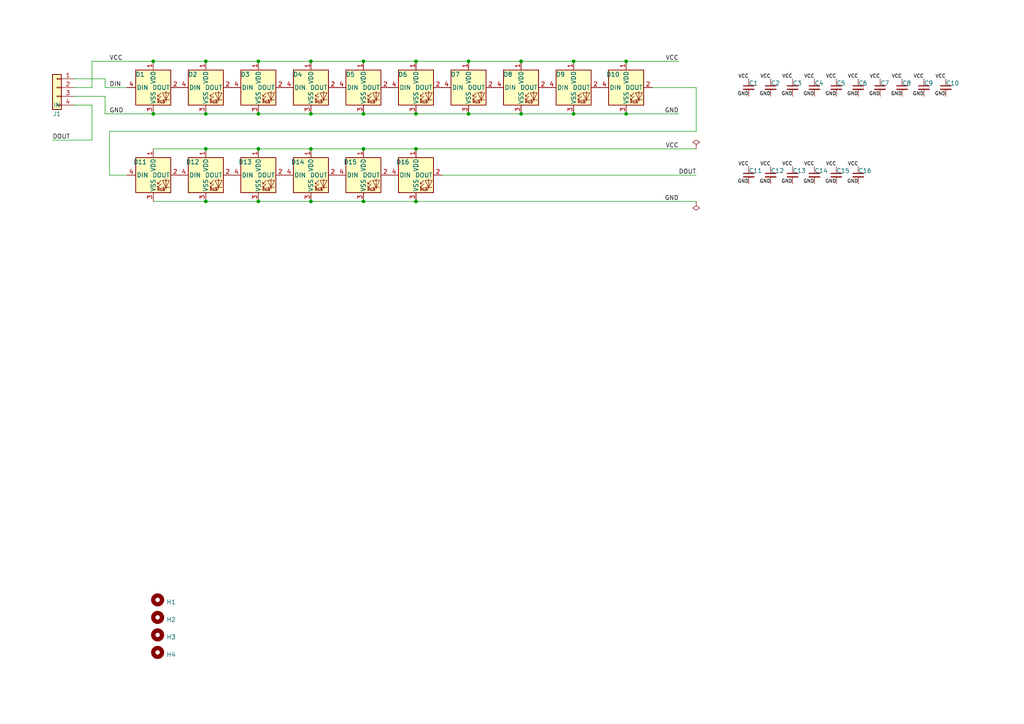
<source format=kicad_sch>
(kicad_sch (version 20230121) (generator eeschema)
  (paper "A4")
  (lib_symbols
    (symbol "LED_ring_16:C_Small" (pin_numbers hide) (pin_names (offset 0.254) hide)
      (property "Reference" "C" (at 0.254 1.778 0))
      (property "Value" "C_Small" (at 0.254 -2.032 0))
      (symbol "C_Small_0_1"
        (polyline (pts (xy -1.524 -0.508) (xy 1.524 -0.508)) (stroke (width 0.3302)))
        (polyline (pts (xy -1.524 0.508) (xy 1.524 0.508)) (stroke (width 0.3048)))
      )
      (symbol "C_Small_1_1"
        (pin passive line (at 0 2.54 270) (length 2.032) (name "~") (number "1"))
        (pin passive line (at 0 -2.54 90) (length 2.032) (name "~") (number "2"))
      )
    )
    (symbol "LED_ring_16:Conn_01x04" (pin_names (offset 1.016) hide)
      (property "Reference" "J" (at 0 5.08 0))
      (property "Value" "Conn_01x04" (at 0 -7.62 0))
      (symbol "Conn_01x04_1_1"
        (rectangle (start -1.27 -4.953) (end 0 -5.207) (stroke (width 0.1524)))
        (rectangle (start -1.27 -2.413) (end 0 -2.667) (stroke (width 0.1524)))
        (rectangle (start -1.27 0.127) (end 0 -0.127) (stroke (width 0.1524)))
        (rectangle (start -1.27 2.667) (end 0 2.413) (stroke (width 0.1524)))
        (rectangle (start -1.27 3.81) (end 1.27 -6.35) (stroke (width 0.254)) (fill (type background)))
        (pin passive line (at -5.08 2.54 0) (length 3.81) (name "Pin_1") (number "1"))
        (pin passive line (at -5.08 0 0) (length 3.81) (name "Pin_2") (number "2"))
        (pin passive line (at -5.08 -2.54 0) (length 3.81) (name "Pin_3") (number "3"))
        (pin passive line (at -5.08 -5.08 0) (length 3.81) (name "Pin_4") (number "4"))
      )
    )
    (symbol "LED_ring_16:MountingHole" (pin_names (offset 1.016))
      (property "Reference" "H" (at 0 5.08 0))
      (property "Value" "MountingHole" (at 0 3.175 0))
      (symbol "MountingHole_0_1"
        (circle (center 0 0) (radius 1.27) (stroke (width 1.27)))
      )
    )
    (symbol "LED_ring_16:WS2812B" (pin_names (offset 0.254))
      (property "Reference" "D" (at 5.08 5.715 0))
      (property "Value" "WS2812B" (at 1.27 -5.715 0))
      (symbol "WS2812B_0_0"
        (text "RGB" (at 2.286 -4.191 0) (effects (font (size 0.762 0.762))))
      )
      (symbol "WS2812B_0_1"
        (polyline (pts (xy 1.27 -3.556) (xy 1.778 -3.556)))
        (polyline (pts (xy 1.27 -2.54) (xy 1.778 -2.54)))
        (polyline (pts (xy 4.699 -3.556) (xy 2.667 -3.556)))
        (polyline (pts (xy 2.286 -2.54) (xy 1.27 -3.556) (xy 1.27 -3.048)))
        (polyline (pts (xy 2.286 -1.524) (xy 1.27 -2.54) (xy 1.27 -2.032)))
        (polyline (pts (xy 3.683 -1.016) (xy 3.683 -3.556) (xy 3.683 -4.064)))
        (polyline (pts (xy 4.699 -1.524) (xy 2.667 -1.524) (xy 3.683 -3.556) (xy 4.699 -1.524)))
        (rectangle (start 5.08 5.08) (end -5.08 -5.08) (stroke (width 0.254)) (fill (type background)))
      )
      (symbol "WS2812B_1_1"
        (pin power_in line (at 0 7.62 270) (length 2.54) (name "VDD") (number "1"))
        (pin output line (at 7.62 0 180) (length 2.54) (name "DOUT") (number "2"))
        (pin power_in line (at 0 -7.62 90) (length 2.54) (name "VSS") (number "3"))
        (pin input line (at -7.62 0 0) (length 2.54) (name "DIN") (number "4"))
      )
    )
    (symbol "power:PWR_FLAG" (power) (pin_numbers hide) (pin_names (offset 0) hide)
      (property "Value" "PWR_FLAG" (at 0 3.81 0))
      (symbol "PWR_FLAG_0_0"
        (pin power_out line (at 0 0 90) (length 0) (name "pwr") (number "1"))
      )
      (symbol "PWR_FLAG_0_1"
        (polyline (pts (xy 0 0) (xy 0 1.27) (xy -1.016 1.905) (xy 0 2.54) (xy 1.016 1.905) (xy 0 1.27)))
      )
    )
  )
  (junction (at 105.41 33.02))
  (junction (at 166.37 33.02))
  (junction (at 44.45 33.02))
  (junction (at 105.41 58.42))
  (junction (at 120.65 33.02))
  (junction (at 44.45 17.78))
  (junction (at 181.61 33.02))
  (junction (at 59.69 17.78))
  (junction (at 151.13 17.78))
  (junction (at 90.17 58.42))
  (junction (at 90.17 17.78))
  (junction (at 151.13 33.02))
  (junction (at 105.41 17.78))
  (junction (at 74.93 58.42))
  (junction (at 135.89 17.78))
  (junction (at 166.37 17.78))
  (junction (at 120.65 17.78))
  (junction (at 90.17 33.02))
  (junction (at 59.69 33.02))
  (junction (at 135.89 33.02))
  (junction (at 59.69 58.42))
  (junction (at 74.93 43.18))
  (junction (at 59.69 43.18))
  (junction (at 90.17 43.18))
  (junction (at 120.65 58.42))
  (junction (at 105.41 43.18))
  (junction (at 120.65 43.18))
  (junction (at 181.61 17.78))
  (junction (at 74.93 33.02))
  (junction (at 74.93 17.78))
  (wire (pts (xy 30.48 27.94) (xy 21.59 27.94)))
  (wire (pts (xy 166.37 17.78) (xy 181.61 17.78)))
  (wire (pts (xy 44.45 58.42) (xy 59.69 58.42)))
  (wire (pts (xy 30.48 33.02) (xy 44.45 33.02)))
  (wire (pts (xy 120.65 58.42) (xy 201.93 58.42)))
  (wire (pts (xy 30.48 25.4) (xy 36.83 25.4)))
  (wire (pts (xy 105.41 43.18) (xy 120.65 43.18)))
  (wire (pts (xy 90.17 43.18) (xy 105.41 43.18)))
  (wire (pts (xy 21.59 30.48) (xy 26.67 30.48)))
  (wire (pts (xy 26.67 17.78) (xy 26.67 25.4)))
  (wire (pts (xy 21.59 25.4) (xy 26.67 25.4)))
  (wire (pts (xy 74.93 33.02) (xy 90.17 33.02)))
  (wire (pts (xy 105.41 33.02) (xy 120.65 33.02)))
  (wire (pts (xy 201.93 25.4) (xy 201.93 38.1)))
  (wire (pts (xy 181.61 33.02) (xy 196.85 33.02)))
  (wire (pts (xy 151.13 17.78) (xy 166.37 17.78)))
  (wire (pts (xy 201.93 38.1) (xy 31.75 38.1)))
  (wire (pts (xy 189.23 25.4) (xy 201.93 25.4)))
  (wire (pts (xy 30.48 22.86) (xy 30.48 25.4)))
  (wire (pts (xy 74.93 58.42) (xy 90.17 58.42)))
  (wire (pts (xy 120.65 33.02) (xy 135.89 33.02)))
  (wire (pts (xy 90.17 17.78) (xy 105.41 17.78)))
  (wire (pts (xy 26.67 17.78) (xy 44.45 17.78)))
  (wire (pts (xy 26.67 30.48) (xy 26.67 40.64)))
  (wire (pts (xy 44.45 43.18) (xy 59.69 43.18)))
  (wire (pts (xy 44.45 33.02) (xy 59.69 33.02)))
  (wire (pts (xy 74.93 17.78) (xy 90.17 17.78)))
  (wire (pts (xy 30.48 27.94) (xy 30.48 33.02)))
  (wire (pts (xy 21.59 22.86) (xy 30.48 22.86)))
  (wire (pts (xy 74.93 43.18) (xy 90.17 43.18)))
  (wire (pts (xy 120.65 17.78) (xy 135.89 17.78)))
  (wire (pts (xy 59.69 17.78) (xy 74.93 17.78)))
  (wire (pts (xy 15.24 40.64) (xy 26.67 40.64)))
  (wire (pts (xy 90.17 58.42) (xy 105.41 58.42)))
  (wire (pts (xy 44.45 17.78) (xy 59.69 17.78)))
  (wire (pts (xy 59.69 58.42) (xy 74.93 58.42)))
  (wire (pts (xy 151.13 33.02) (xy 166.37 33.02)))
  (wire (pts (xy 31.75 38.1) (xy 31.75 50.8)))
  (wire (pts (xy 128.27 50.8) (xy 201.93 50.8)))
  (wire (pts (xy 90.17 33.02) (xy 105.41 33.02)))
  (wire (pts (xy 181.61 17.78) (xy 196.85 17.78)))
  (wire (pts (xy 31.75 50.8) (xy 36.83 50.8)))
  (wire (pts (xy 59.69 33.02) (xy 74.93 33.02)))
  (wire (pts (xy 105.41 17.78) (xy 120.65 17.78)))
  (wire (pts (xy 135.89 17.78) (xy 151.13 17.78)))
  (wire (pts (xy 120.65 43.18) (xy 201.93 43.18)))
  (wire (pts (xy 105.41 58.42) (xy 120.65 58.42)))
  (wire (pts (xy 135.89 33.02) (xy 151.13 33.02)))
  (wire (pts (xy 166.37 33.02) (xy 181.61 33.02)))
  (wire (pts (xy 59.69 43.18) (xy 74.93 43.18)))
  (label "VCC" (at 274.32 22.86 180) (effects (font (size 1 1))))
  (label "GND" (at 242.57 53.34 180) (effects (font (size 1 1))))
  (label "GND" (at 267.97 27.94 180) (effects (font (size 1 1))))
  (label "GND" (at 248.92 27.94 180) (effects (font (size 1 1))))
  (label "GND" (at 217.17 27.94 180) (effects (font (size 1 1))))
  (label "VCC" (at 223.52 22.86 180) (effects (font (size 1 1))))
  (label "GND" (at 223.52 53.34 180) (effects (font (size 1 1))))
  (label "VCC" (at 217.17 48.26 180) (effects (font (size 1 1))))
  (label "VCC" (at 255.27 22.86 180) (effects (font (size 1 1))))
  (label "GND" (at 217.17 53.34 180) (effects (font (size 1 1))))
  (label "DOUT" (at 15.24 40.64 0))
  (label "DIN" (at 31.75 25.4 0))
  (label "GND" (at 229.87 27.94 180) (effects (font (size 1 1))))
  (label "VCC" (at 223.52 48.26 180) (effects (font (size 1 1))))
  (label "GND" (at 274.32 27.94 180) (effects (font (size 1 1))))
  (label "VCC" (at 196.85 17.78 180))
  (label "VCC" (at 229.87 48.26 180) (effects (font (size 1 1))))
  (label "GND" (at 255.27 27.94 180) (effects (font (size 1 1))))
  (label "GND" (at 236.22 27.94 180) (effects (font (size 1 1))))
  (label "VCC" (at 261.62 22.86 180) (effects (font (size 1 1))))
  (label "VCC" (at 242.57 22.86 180) (effects (font (size 1 1))))
  (label "GND" (at 196.85 58.42 180))
  (label "GND" (at 196.85 33.02 180))
  (label "VCC" (at 248.92 22.86 180) (effects (font (size 1 1))))
  (label "VCC" (at 236.22 22.86 180) (effects (font (size 1 1))))
  (label "VCC" (at 248.92 48.26 180) (effects (font (size 1 1))))
  (label "VCC" (at 242.57 48.26 180) (effects (font (size 1 1))))
  (label "GND" (at 31.75 33.02 0))
  (label "VCC" (at 267.97 22.86 180) (effects (font (size 1 1))))
  (label "GND" (at 236.22 53.34 180) (effects (font (size 1 1))))
  (label "GND" (at 261.62 27.94 180) (effects (font (size 1 1))))
  (label "GND" (at 248.92 53.34 180) (effects (font (size 1 1))))
  (label "DOUT" (at 201.93 50.8 180))
  (label "VCC" (at 31.75 17.78 0))
  (label "VCC" (at 229.87 22.86 180) (effects (font (size 1 1))))
  (label "VCC" (at 217.17 22.86 180) (effects (font (size 1 1))))
  (label "VCC" (at 196.85 43.18 180))
  (label "GND" (at 242.57 27.94 180) (effects (font (size 1 1))))
  (label "GND" (at 223.52 27.94 180) (effects (font (size 1 1))))
  (label "GND" (at 229.87 53.34 180) (effects (font (size 1 1))))
  (label "VCC" (at 236.22 48.26 180) (effects (font (size 1 1))))
  (symbol (lib_id "LED_ring_16:C_Small") (at 242.57 25.4 0) (unit 1)
    (property "Reference" "C5" (at 242.57 24.13 0) (effects (justify left)))
    (property "Value" "100nF" (effects hide))
    (property "Footprint" "LED_ring_16:C_0402_1005Metric" (effects hide))
  )
  (symbol (lib_id "LED_ring_16:WS2812B") (at 74.93 25.4 0) (unit 1)
    (property "Reference" "D3" (at 71.12 21.59 0))
    (property "Value" "WS2812B" (effects hide))
    (property "Footprint" "LED_ring_16:LED_WS2812B_PLCC4_5.0x5.0mm_P3.2mm" (effects hide))
    (property "Datasheet" "https://cdn-shop.adafruit.com/datasheets/WS2812B.pdf" (effects hide))
  )
  (symbol (lib_id "power:PWR_FLAG") (at 201.93 58.42 180) (unit 1)
    (property "Reference" "#FLG02" (effects hide))
    (property "Value" "PWR_FLAG" (effects hide))
  )
  (symbol (lib_id "LED_ring_16:C_Small") (at 229.87 50.8 0) (unit 1)
    (property "Reference" "C13" (at 229.87 49.53 0) (effects (justify left)))
    (property "Value" "100nF" (effects hide))
    (property "Footprint" "LED_ring_16:C_0402_1005Metric" (effects hide))
  )
  (symbol (lib_id "power:PWR_FLAG") (at 201.93 43.18 0) (unit 1)
    (property "Reference" "#FLG01" (effects hide))
    (property "Value" "PWR_FLAG" (effects hide))
  )
  (symbol (lib_id "LED_ring_16:C_Small") (at 236.22 50.8 0) (unit 1)
    (property "Reference" "C14" (at 236.22 49.53 0) (effects (justify left)))
    (property "Value" "100nF" (effects hide))
    (property "Footprint" "LED_ring_16:C_0402_1005Metric" (effects hide))
  )
  (symbol (lib_id "LED_ring_16:WS2812B") (at 74.93 50.8 0) (unit 1)
    (property "Reference" "D13" (at 71.12 46.99 0))
    (property "Value" "WS2812B" (effects hide))
    (property "Footprint" "LED_ring_16:LED_WS2812B_PLCC4_5.0x5.0mm_P3.2mm" (effects hide))
    (property "Datasheet" "https://cdn-shop.adafruit.com/datasheets/WS2812B.pdf" (effects hide))
  )
  (symbol (lib_id "LED_ring_16:WS2812B") (at 90.17 50.8 0) (unit 1)
    (property "Reference" "D14" (at 86.36 46.99 0))
    (property "Value" "WS2812B" (effects hide))
    (property "Footprint" "LED_ring_16:LED_WS2812B_PLCC4_5.0x5.0mm_P3.2mm" (effects hide))
    (property "Datasheet" "https://cdn-shop.adafruit.com/datasheets/WS2812B.pdf" (effects hide))
  )
  (symbol (lib_id "LED_ring_16:WS2812B") (at 135.89 25.4 0) (unit 1)
    (property "Reference" "D7" (at 132.08 21.59 0))
    (property "Value" "WS2812B" (effects hide))
    (property "Footprint" "LED_ring_16:LED_WS2812B_PLCC4_5.0x5.0mm_P3.2mm" (effects hide))
    (property "Datasheet" "https://cdn-shop.adafruit.com/datasheets/WS2812B.pdf" (effects hide))
  )
  (symbol (lib_id "LED_ring_16:WS2812B") (at 166.37 25.4 0) (unit 1)
    (property "Reference" "D9" (at 162.56 21.59 0))
    (property "Value" "WS2812B" (effects hide))
    (property "Footprint" "LED_ring_16:LED_WS2812B_PLCC4_5.0x5.0mm_P3.2mm" (effects hide))
    (property "Datasheet" "https://cdn-shop.adafruit.com/datasheets/WS2812B.pdf" (effects hide))
  )
  (symbol (lib_id "LED_ring_16:C_Small") (at 242.57 50.8 0) (unit 1)
    (property "Reference" "C15" (at 242.57 49.53 0) (effects (justify left)))
    (property "Value" "100nF" (effects hide))
    (property "Footprint" "LED_ring_16:C_0402_1005Metric" (effects hide))
  )
  (symbol (lib_id "LED_ring_16:C_Small") (at 255.27 25.4 0) (unit 1)
    (property "Reference" "C7" (at 255.27 24.13 0) (effects (justify left)))
    (property "Value" "100nF" (effects hide))
    (property "Footprint" "LED_ring_16:C_0402_1005Metric" (effects hide))
  )
  (symbol (lib_id "LED_ring_16:WS2812B") (at 44.45 50.8 0) (unit 1)
    (property "Reference" "D11" (at 40.64 46.99 0))
    (property "Value" "WS2812B" (effects hide))
    (property "Footprint" "LED_ring_16:LED_WS2812B_PLCC4_5.0x5.0mm_P3.2mm" (effects hide))
    (property "Datasheet" "https://cdn-shop.adafruit.com/datasheets/WS2812B.pdf" (effects hide))
  )
  (symbol (lib_id "LED_ring_16:C_Small") (at 223.52 50.8 0) (unit 1)
    (property "Reference" "C12" (at 223.52 49.53 0) (effects (justify left)))
    (property "Value" "100nF" (effects hide))
    (property "Footprint" "LED_ring_16:C_0402_1005Metric" (effects hide))
  )
  (symbol (lib_id "LED_ring_16:MountingHole") (at 45.72 173.99 0) (unit 1)
    (property "Reference" "H1" (at 48.26 174.625 0) (effects (justify left)))
    (property "Value" "MountingHole" (effects hide))
    (property "Footprint" "LED_ring_16:MountingHole_3mm" (effects hide))
  )
  (symbol (lib_id "LED_ring_16:WS2812B") (at 44.45 25.4 0) (unit 1)
    (property "Reference" "D1" (at 40.64 21.59 0))
    (property "Value" "WS2812B" (effects hide))
    (property "Footprint" "LED_ring_16:LED_WS2812B_PLCC4_5.0x5.0mm_P3.2mm" (effects hide))
    (property "Datasheet" "https://cdn-shop.adafruit.com/datasheets/WS2812B.pdf" (effects hide))
  )
  (symbol (lib_id "LED_ring_16:C_Small") (at 236.22 25.4 0) (unit 1)
    (property "Reference" "C4" (at 236.22 24.13 0) (effects (justify left)))
    (property "Value" "100nF" (effects hide))
    (property "Footprint" "LED_ring_16:C_0402_1005Metric" (effects hide))
  )
  (symbol (lib_id "LED_ring_16:C_Small") (at 274.32 25.4 0) (unit 1)
    (property "Reference" "C10" (at 274.32 24.13 0) (effects (justify left)))
    (property "Value" "100nF" (effects hide))
    (property "Footprint" "LED_ring_16:C_0402_1005Metric" (effects hide))
  )
  (symbol (lib_id "LED_ring_16:WS2812B") (at 105.41 50.8 0) (unit 1)
    (property "Reference" "D15" (at 101.6 46.99 0))
    (property "Value" "WS2812B" (effects hide))
    (property "Footprint" "LED_ring_16:LED_WS2812B_PLCC4_5.0x5.0mm_P3.2mm" (effects hide))
    (property "Datasheet" "https://cdn-shop.adafruit.com/datasheets/WS2812B.pdf" (effects hide))
  )
  (symbol (lib_id "LED_ring_16:Conn_01x04") (at 16.51 25.4 0) (mirror y) (unit 1)
    (property "Reference" "J1" (at 16.51 33.02 0))
    (property "Value" "IN" (at 16.51 30.48 0))
    (property "Footprint" "LED_ring_16:PinHeader_1x04_P1.27mm_Vertical_SMD_Pin1Left" (effects hide))
  )
  (symbol (lib_id "LED_ring_16:WS2812B") (at 181.61 25.4 0) (unit 1)
    (property "Reference" "D10" (at 177.8 21.59 0))
    (property "Value" "WS2812B" (effects hide))
    (property "Footprint" "LED_ring_16:LED_WS2812B_PLCC4_5.0x5.0mm_P3.2mm" (effects hide))
    (property "Datasheet" "https://cdn-shop.adafruit.com/datasheets/WS2812B.pdf" (effects hide))
  )
  (symbol (lib_id "LED_ring_16:WS2812B") (at 59.69 50.8 0) (unit 1)
    (property "Reference" "D12" (at 55.88 46.99 0))
    (property "Value" "WS2812B" (effects hide))
    (property "Footprint" "LED_ring_16:LED_WS2812B_PLCC4_5.0x5.0mm_P3.2mm" (effects hide))
    (property "Datasheet" "https://cdn-shop.adafruit.com/datasheets/WS2812B.pdf" (effects hide))
  )
  (symbol (lib_id "LED_ring_16:WS2812B") (at 59.69 25.4 0) (unit 1)
    (property "Reference" "D2" (at 55.88 21.59 0))
    (property "Value" "WS2812B" (effects hide))
    (property "Footprint" "LED_ring_16:LED_WS2812B_PLCC4_5.0x5.0mm_P3.2mm" (effects hide))
    (property "Datasheet" "https://cdn-shop.adafruit.com/datasheets/WS2812B.pdf" (effects hide))
  )
  (symbol (lib_id "LED_ring_16:C_Small") (at 248.92 25.4 0) (unit 1)
    (property "Reference" "C6" (at 248.92 24.13 0) (effects (justify left)))
    (property "Value" "100nF" (effects hide))
    (property "Footprint" "LED_ring_16:C_0402_1005Metric" (effects hide))
  )
  (symbol (lib_id "LED_ring_16:C_Small") (at 217.17 25.4 0) (unit 1)
    (property "Reference" "C1" (at 217.17 24.13 0) (effects (justify left)))
    (property "Value" "100nF" (effects hide))
    (property "Footprint" "LED_ring_16:C_0402_1005Metric" (effects hide))
  )
  (symbol (lib_id "LED_ring_16:WS2812B") (at 105.41 25.4 0) (unit 1)
    (property "Reference" "D5" (at 101.6 21.59 0))
    (property "Value" "WS2812B" (effects hide))
    (property "Footprint" "LED_ring_16:LED_WS2812B_PLCC4_5.0x5.0mm_P3.2mm" (effects hide))
    (property "Datasheet" "https://cdn-shop.adafruit.com/datasheets/WS2812B.pdf" (effects hide))
  )
  (symbol (lib_id "LED_ring_16:C_Small") (at 248.92 50.8 0) (unit 1)
    (property "Reference" "C16" (at 248.92 49.53 0) (effects (justify left)))
    (property "Value" "100nF" (effects hide))
    (property "Footprint" "LED_ring_16:C_0402_1005Metric" (effects hide))
  )
  (symbol (lib_id "LED_ring_16:WS2812B") (at 90.17 25.4 0) (unit 1)
    (property "Reference" "D4" (at 86.36 21.59 0))
    (property "Value" "WS2812B" (effects hide))
    (property "Footprint" "LED_ring_16:LED_WS2812B_PLCC4_5.0x5.0mm_P3.2mm" (effects hide))
    (property "Datasheet" "https://cdn-shop.adafruit.com/datasheets/WS2812B.pdf" (effects hide))
  )
  (symbol (lib_id "LED_ring_16:WS2812B") (at 151.13 25.4 0) (unit 1)
    (property "Reference" "D8" (at 147.32 21.59 0))
    (property "Value" "WS2812B" (effects hide))
    (property "Footprint" "LED_ring_16:LED_WS2812B_PLCC4_5.0x5.0mm_P3.2mm" (effects hide))
    (property "Datasheet" "https://cdn-shop.adafruit.com/datasheets/WS2812B.pdf" (effects hide))
  )
  (symbol (lib_id "LED_ring_16:C_Small") (at 223.52 25.4 0) (unit 1)
    (property "Reference" "C2" (at 223.52 24.13 0) (effects (justify left)))
    (property "Value" "100nF" (effects hide))
    (property "Footprint" "LED_ring_16:C_0402_1005Metric" (effects hide))
  )
  (symbol (lib_id "LED_ring_16:MountingHole") (at 45.72 189.23 0) (unit 1)
    (property "Reference" "H4" (at 48.26 189.865 0) (effects (justify left)))
    (property "Value" "MountingHole" (effects hide))
    (property "Footprint" "LED_ring_16:MountingHole_3mm" (effects hide))
  )
  (symbol (lib_id "LED_ring_16:C_Small") (at 261.62 25.4 0) (unit 1)
    (property "Reference" "C8" (at 261.62 24.13 0) (effects (justify left)))
    (property "Value" "100nF" (effects hide))
    (property "Footprint" "LED_ring_16:C_0402_1005Metric" (effects hide))
  )
  (symbol (lib_id "LED_ring_16:MountingHole") (at 45.72 184.15 0) (unit 1)
    (property "Reference" "H3" (at 48.26 184.785 0) (effects (justify left)))
    (property "Value" "MountingHole" (effects hide))
    (property "Footprint" "LED_ring_16:MountingHole_3mm" (effects hide))
  )
  (symbol (lib_id "LED_ring_16:C_Small") (at 217.17 50.8 0) (unit 1)
    (property "Reference" "C11" (at 217.17 49.53 0) (effects (justify left)))
    (property "Value" "100nF" (effects hide))
    (property "Footprint" "LED_ring_16:C_0402_1005Metric" (effects hide))
  )
  (symbol (lib_id "LED_ring_16:WS2812B") (at 120.65 25.4 0) (unit 1)
    (property "Reference" "D6" (at 116.84 21.59 0))
    (property "Value" "WS2812B" (effects hide))
    (property "Footprint" "LED_ring_16:LED_WS2812B_PLCC4_5.0x5.0mm_P3.2mm" (effects hide))
    (property "Datasheet" "https://cdn-shop.adafruit.com/datasheets/WS2812B.pdf" (effects hide))
  )
  (symbol (lib_id "LED_ring_16:MountingHole") (at 45.72 179.07 0) (unit 1)
    (property "Reference" "H2" (at 48.26 179.705 0) (effects (justify left)))
    (property "Value" "MountingHole" (effects hide))
    (property "Footprint" "LED_ring_16:MountingHole_3mm" (effects hide))
  )
  (symbol (lib_id "LED_ring_16:C_Small") (at 267.97 25.4 0) (unit 1)
    (property "Reference" "C9" (at 267.97 24.13 0) (effects (justify left)))
    (property "Value" "100nF" (effects hide))
    (property "Footprint" "LED_ring_16:C_0402_1005Metric" (effects hide))
  )
  (symbol (lib_id "LED_ring_16:C_Small") (at 229.87 25.4 0) (unit 1)
    (property "Reference" "C3" (at 229.87 24.13 0) (effects (justify left)))
    (property "Value" "100nF" (effects hide))
    (property "Footprint" "LED_ring_16:C_0402_1005Metric" (effects hide))
  )
  (symbol (lib_id "LED_ring_16:WS2812B") (at 120.65 50.8 0) (unit 1)
    (property "Reference" "D16" (at 116.84 46.99 0))
    (property "Value" "WS2812B" (effects hide))
    (property "Footprint" "LED_ring_16:LED_WS2812B_PLCC4_5.0x5.0mm_P3.2mm" (effects hide))
    (property "Datasheet" "https://cdn-shop.adafruit.com/datasheets/WS2812B.pdf" (effects hide))
  )
)
</source>
